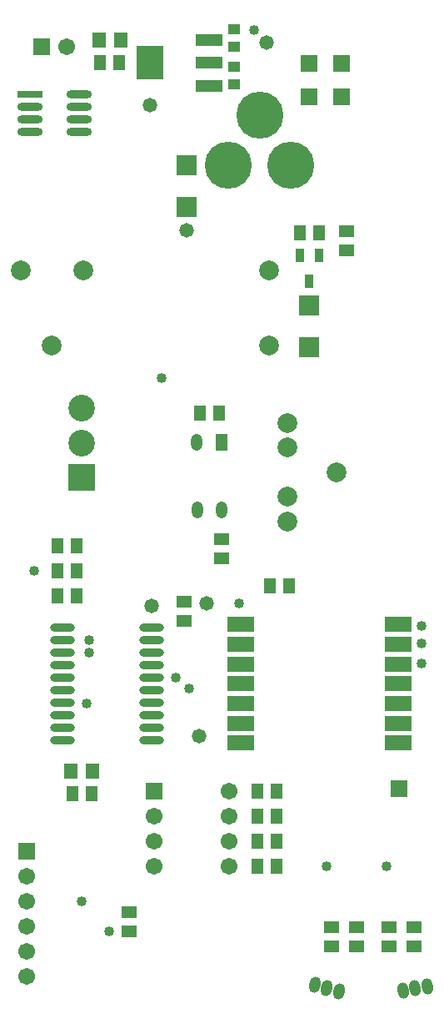
<source format=gts>
%FSTAX24Y24*%
%MOIN*%
G70*
G01*
G75*
G04 Layer_Color=8388736*
%ADD10R,0.0512X0.0394*%
%ADD11R,0.0256X0.0472*%
%ADD12R,0.0394X0.0512*%
%ADD13R,0.0709X0.0709*%
%ADD14O,0.0906X0.0236*%
%ADD15R,0.0984X0.0512*%
%ADD16R,0.0374X0.0315*%
%ADD17R,0.0630X0.0630*%
%ADD18R,0.0945X0.0236*%
%ADD19O,0.0945X0.0236*%
%ADD20R,0.1004X0.1299*%
%ADD21R,0.1004X0.0374*%
%ADD22R,0.0472X0.0512*%
%ADD23R,0.0394X0.0591*%
%ADD24O,0.0394X0.0591*%
%ADD25C,0.0100*%
%ADD26C,0.0250*%
%ADD27C,0.0600*%
%ADD28C,0.0300*%
%ADD29C,0.0400*%
%ADD30C,0.0060*%
%ADD31C,0.0080*%
%ADD32C,0.0591*%
%ADD33R,0.0591X0.0591*%
%ADD34C,0.1800*%
%ADD35R,0.0591X0.0591*%
G04:AMPARAMS|DCode=36|XSize=37.4mil|YSize=57.1mil|CornerRadius=0mil|HoleSize=0mil|Usage=FLASHONLY|Rotation=10.000|XOffset=0mil|YOffset=0mil|HoleType=Round|Shape=Round|*
%AMOVALD36*
21,1,0.0197,0.0374,0.0000,0.0000,100.0*
1,1,0.0374,0.0017,-0.0097*
1,1,0.0374,-0.0017,0.0097*
%
%ADD36OVALD36*%

G04:AMPARAMS|DCode=37|XSize=37.4mil|YSize=57.1mil|CornerRadius=0mil|HoleSize=0mil|Usage=FLASHONLY|Rotation=345.000|XOffset=0mil|YOffset=0mil|HoleType=Round|Shape=Round|*
%AMOVALD37*
21,1,0.0197,0.0374,0.0000,0.0000,75.0*
1,1,0.0374,-0.0025,-0.0095*
1,1,0.0374,0.0025,0.0095*
%
%ADD37OVALD37*%

%ADD38C,0.0984*%
%ADD39R,0.0984X0.0984*%
%ADD40C,0.0709*%
%ADD41C,0.0320*%
%ADD42C,0.0500*%
%ADD43R,0.0592X0.0474*%
%ADD44R,0.0336X0.0552*%
%ADD45R,0.0474X0.0592*%
%ADD46R,0.0789X0.0789*%
%ADD47O,0.0986X0.0316*%
%ADD48R,0.1064X0.0592*%
%ADD49R,0.0454X0.0395*%
%ADD50R,0.0710X0.0710*%
%ADD51R,0.1025X0.0316*%
%ADD52O,0.1025X0.0316*%
%ADD53R,0.1084X0.1379*%
%ADD54R,0.1084X0.0454*%
%ADD55R,0.0552X0.0592*%
%ADD56R,0.0474X0.0671*%
%ADD57O,0.0474X0.0671*%
%ADD58C,0.0671*%
%ADD59R,0.0671X0.0671*%
%ADD60C,0.1880*%
%ADD61R,0.0671X0.0671*%
G04:AMPARAMS|DCode=62|XSize=45.4mil|YSize=65.1mil|CornerRadius=0mil|HoleSize=0mil|Usage=FLASHONLY|Rotation=10.000|XOffset=0mil|YOffset=0mil|HoleType=Round|Shape=Round|*
%AMOVALD62*
21,1,0.0197,0.0454,0.0000,0.0000,100.0*
1,1,0.0454,0.0017,-0.0097*
1,1,0.0454,-0.0017,0.0097*
%
%ADD62OVALD62*%

G04:AMPARAMS|DCode=63|XSize=45.4mil|YSize=65.1mil|CornerRadius=0mil|HoleSize=0mil|Usage=FLASHONLY|Rotation=345.000|XOffset=0mil|YOffset=0mil|HoleType=Round|Shape=Round|*
%AMOVALD63*
21,1,0.0197,0.0454,0.0000,0.0000,75.0*
1,1,0.0454,-0.0025,-0.0095*
1,1,0.0454,0.0025,0.0095*
%
%ADD63OVALD63*%

%ADD64C,0.1064*%
%ADD65R,0.1064X0.1064*%
%ADD66C,0.0789*%
%ADD67C,0.0400*%
%ADD68C,0.0580*%
D43*
X1937Y152106D02*
D03*
Y152894D02*
D03*
X19Y137206D02*
D03*
Y137994D02*
D03*
X1987Y165194D02*
D03*
Y164406D02*
D03*
X1922Y149606D02*
D03*
Y150394D02*
D03*
X2004Y136606D02*
D03*
Y137394D02*
D03*
X1981Y136606D02*
D03*
Y137394D02*
D03*
X2014D02*
D03*
Y136606D02*
D03*
X1991Y137394D02*
D03*
Y136606D02*
D03*
D44*
X196826Y164222D02*
D03*
X197574D02*
D03*
X1972Y163178D02*
D03*
D45*
X195894Y1398D02*
D03*
X195106D02*
D03*
X195894Y1408D02*
D03*
X195106D02*
D03*
X195894Y1418D02*
D03*
X195106D02*
D03*
X195894Y1428D02*
D03*
X195106D02*
D03*
X196806Y1651D02*
D03*
X197594D02*
D03*
X187106Y1526D02*
D03*
X187894D02*
D03*
Y1516D02*
D03*
X187106D02*
D03*
X187894Y1506D02*
D03*
X187106D02*
D03*
X188806Y1719D02*
D03*
X189594D02*
D03*
X188494Y1427D02*
D03*
X187706D02*
D03*
X195606Y151D02*
D03*
X196394D02*
D03*
X193594Y1579D02*
D03*
X192806D02*
D03*
D46*
X1972Y1622D02*
D03*
Y160546D02*
D03*
X1923Y166146D02*
D03*
Y1678D02*
D03*
D47*
X187309Y14935D02*
D03*
Y14885D02*
D03*
Y14835D02*
D03*
Y14785D02*
D03*
Y14735D02*
D03*
Y14685D02*
D03*
Y14635D02*
D03*
Y14585D02*
D03*
Y14535D02*
D03*
Y14485D02*
D03*
X190891Y14935D02*
D03*
Y14885D02*
D03*
Y14835D02*
D03*
Y14785D02*
D03*
Y14735D02*
D03*
Y14685D02*
D03*
Y14635D02*
D03*
Y14585D02*
D03*
Y14535D02*
D03*
Y14485D02*
D03*
D48*
X20075Y144738D02*
D03*
Y145525D02*
D03*
Y146313D02*
D03*
Y1471D02*
D03*
Y147887D02*
D03*
Y148675D02*
D03*
Y149462D02*
D03*
X19445Y144738D02*
D03*
Y145525D02*
D03*
Y146313D02*
D03*
Y1471D02*
D03*
Y147887D02*
D03*
Y148675D02*
D03*
Y149462D02*
D03*
D49*
X1942Y172546D02*
D03*
Y173254D02*
D03*
Y171046D02*
D03*
Y171754D02*
D03*
D50*
X1985Y171869D02*
D03*
Y170531D02*
D03*
X1972Y170531D02*
D03*
Y171869D02*
D03*
D51*
X186016Y17065D02*
D03*
D52*
Y17015D02*
D03*
Y16965D02*
D03*
Y16915D02*
D03*
X187984Y17065D02*
D03*
Y17015D02*
D03*
Y16965D02*
D03*
Y16915D02*
D03*
D53*
X190829Y1719D02*
D03*
D54*
X193171Y172806D02*
D03*
Y1719D02*
D03*
Y170994D02*
D03*
D55*
X189639Y1728D02*
D03*
X188773D02*
D03*
X187661Y1436D02*
D03*
X188527D02*
D03*
D56*
X193702Y156739D02*
D03*
D57*
X192698D02*
D03*
X192718Y154061D02*
D03*
X193702D02*
D03*
D58*
X194Y1398D02*
D03*
Y1408D02*
D03*
Y1418D02*
D03*
Y1428D02*
D03*
X191Y1398D02*
D03*
Y1408D02*
D03*
Y1418D02*
D03*
X1859Y1354D02*
D03*
Y1364D02*
D03*
Y1374D02*
D03*
Y1384D02*
D03*
Y1394D02*
D03*
X187475Y172539D02*
D03*
D59*
X191Y1428D02*
D03*
X2008Y1429D02*
D03*
X186475Y172539D02*
D03*
D60*
X193955Y167815D02*
D03*
X196455D02*
D03*
X195205Y169815D02*
D03*
D61*
X1859Y1404D02*
D03*
D62*
X200943Y134851D02*
D03*
X201435Y134937D02*
D03*
X201928Y135024D02*
D03*
D63*
X197409Y135067D02*
D03*
X197892Y134937D02*
D03*
X198375Y134808D02*
D03*
D64*
X1881Y1581D02*
D03*
Y156722D02*
D03*
D65*
Y155344D02*
D03*
D66*
X1956Y1636D02*
D03*
Y1606D02*
D03*
X186899D02*
D03*
X185639Y1636D02*
D03*
X188159D02*
D03*
X196332Y156534D02*
D03*
Y154566D02*
D03*
Y157519D02*
D03*
Y153581D02*
D03*
X1983Y15555D02*
D03*
D67*
X1944Y1503D02*
D03*
X19185Y14735D02*
D03*
X1924Y1469D02*
D03*
X2017Y1479D02*
D03*
Y1487D02*
D03*
Y1494D02*
D03*
X1884Y14835D02*
D03*
Y14885D02*
D03*
X1883Y1463D02*
D03*
X2003Y1398D02*
D03*
X1979D02*
D03*
X1881Y1384D02*
D03*
X1862Y1516D02*
D03*
X1892Y1372D02*
D03*
X1913Y1593D02*
D03*
X195Y1732D02*
D03*
D68*
X1955Y1727D02*
D03*
X1923Y1652D02*
D03*
X1931Y1503D02*
D03*
X1928Y145D02*
D03*
X1909Y1502D02*
D03*
X190829Y1702D02*
D03*
M02*

</source>
